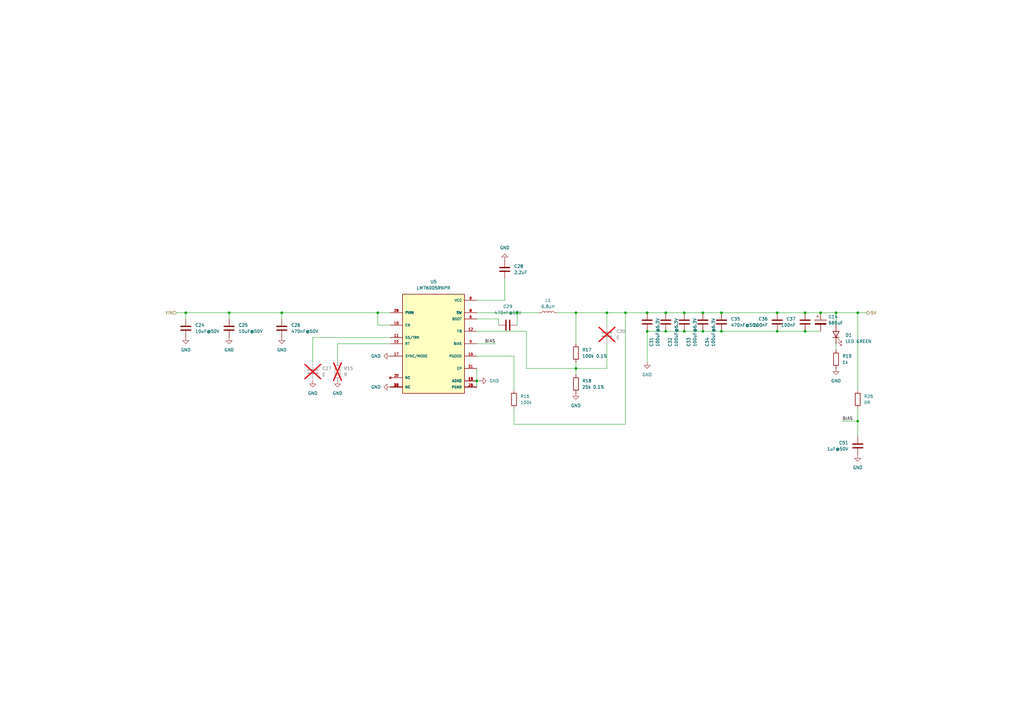
<source format=kicad_sch>
(kicad_sch (version 20231120) (generator "eeschema") (generator_version "8.0")
  (paper "A3")
  (lib_symbols
    (symbol "Device:C" (pin_numbers hide) (pin_names (offset 0.254))
      (property "Reference" "C" (at 0.635 2.54 0))
      (property "Value" "C" (at 0.635 -2.54 0))
      (symbol "C_0_1"
        (polyline (pts (xy -2.032 -0.762) (xy 2.032 -0.762)) (stroke (width 0.508)))
        (polyline (pts (xy -2.032 0.762) (xy 2.032 0.762)) (stroke (width 0.508)))
      )
      (symbol "C_1_1"
        (pin passive line (at 0 3.81 270) (length 2.794) (name "~") (number "1"))
        (pin passive line (at 0 -3.81 90) (length 2.794) (name "~") (number "2"))
      )
    )
    (symbol "Device:C_Polarized" (pin_numbers hide) (pin_names (offset 0.254))
      (property "Reference" "C" (at 0.635 2.54 0))
      (property "Value" "C_Polarized" (at 0.635 -2.54 0))
      (symbol "C_Polarized_0_1"
        (rectangle (start -2.286 0.508) (end 2.286 1.016))
        (polyline (pts (xy -1.778 2.286) (xy -0.762 2.286)))
        (polyline (pts (xy -1.27 2.794) (xy -1.27 1.778)))
        (rectangle (start 2.286 -0.508) (end -2.286 -1.016) (fill (type outline)))
      )
      (symbol "C_Polarized_1_1"
        (pin passive line (at 0 3.81 270) (length 2.794) (name "~") (number "1"))
        (pin passive line (at 0 -3.81 90) (length 2.794) (name "~") (number "2"))
      )
    )
    (symbol "Device:L" (pin_numbers hide) (pin_names (offset 1.016) hide)
      (property "Reference" "L" (at -1.27 0 90))
      (property "Value" "L" (at 1.905 0 90))
      (symbol "L_0_1"
        (arc (start 0 -2.54) (mid 0.6323 -1.905) (end 0 -1.27))
        (arc (start 0 -1.27) (mid 0.6323 -0.635) (end 0 0))
        (arc (start 0 0) (mid 0.6323 0.635) (end 0 1.27))
        (arc (start 0 1.27) (mid 0.6323 1.905) (end 0 2.54))
      )
      (symbol "L_1_1"
        (pin passive line (at 0 3.81 270) (length 1.27) (name "1") (number "1"))
        (pin passive line (at 0 -3.81 90) (length 1.27) (name "2") (number "2"))
      )
    )
    (symbol "Device:LED" (pin_numbers hide) (pin_names (offset 1.016) hide)
      (property "Reference" "D" (at 0 2.54 0))
      (property "Value" "LED" (at 0 -2.54 0))
      (symbol "LED_0_1"
        (polyline (pts (xy -1.27 -1.27) (xy -1.27 1.27)) (stroke (width 0.254)))
        (polyline (pts (xy -1.27 0) (xy 1.27 0)))
        (polyline (pts (xy 1.27 -1.27) (xy 1.27 1.27) (xy -1.27 0) (xy 1.27 -1.27)) (stroke (width 0.254)))
        (polyline (pts (xy -3.048 -0.762) (xy -4.572 -2.286) (xy -3.81 -2.286) (xy -4.572 -2.286) (xy -4.572 -1.524)))
        (polyline (pts (xy -1.778 -0.762) (xy -3.302 -2.286) (xy -2.54 -2.286) (xy -3.302 -2.286) (xy -3.302 -1.524)))
      )
      (symbol "LED_1_1"
        (pin passive line (at -3.81 0 0) (length 2.54) (name "K") (number "1"))
        (pin passive line (at 3.81 0 180) (length 2.54) (name "A") (number "2"))
      )
    )
    (symbol "Device:R" (pin_numbers hide) (pin_names (offset 0))
      (property "Reference" "R" (at 2.032 0 90))
      (property "Value" "R" (at 0 0 90))
      (symbol "R_0_1"
        (rectangle (start -1.016 -2.54) (end 1.016 2.54) (stroke (width 0.254)))
      )
      (symbol "R_1_1"
        (pin passive line (at 0 3.81 270) (length 1.27) (name "~") (number "1"))
        (pin passive line (at 0 -3.81 90) (length 1.27) (name "~") (number "2"))
      )
    )
    (symbol "local_DCDC:LM76005RNPR" (pin_names (offset 1.016))
      (property "Reference" "U" (at -12.7 22.86 0))
      (property "Value" "LM76005RNPR" (at -12.7 -22.86 0))
      (symbol "LM76005RNPR_0_0"
        (rectangle (start -12.7 20.32) (end 12.7 -20.32) (stroke (width 0.254)) (fill (type background)))
        (pin output line (at 17.78 12.7 180) (length 5.08) (name "SW") (number "1"))
        (pin input line (at -17.78 0 0) (length 5.08) (name "RT") (number "10"))
        (pin input line (at -17.78 2.54 0) (length 5.08) (name "SS/TRK") (number "11"))
        (pin input line (at 17.78 5.08 180) (length 5.08) (name "FB") (number "12"))
        (pin power_in line (at 17.78 -15.24 180) (length 5.08) (name "AGND") (number "13"))
        (pin power_in line (at 17.78 -15.24 180) (length 5.08) (name "AGND") (number "14"))
        (pin power_in line (at 17.78 -15.24 180) (length 5.08) (name "AGND") (number "15"))
        (pin output line (at 17.78 -5.08 180) (length 5.08) (name "PGOOD") (number "16"))
        (pin input line (at -17.78 -5.08 0) (length 5.08) (name "SYNC/MODE") (number "17"))
        (pin input line (at -17.78 7.62 0) (length 5.08) (name "EN") (number "18"))
        (pin output line (at 17.78 12.7 180) (length 5.08) (name "SW") (number "2"))
        (pin input line (at -17.78 12.7 0) (length 5.08) (name "PVIN") (number "20"))
        (pin input line (at -17.78 12.7 0) (length 5.08) (name "PVIN") (number "21"))
        (pin input line (at -17.78 12.7 0) (length 5.08) (name "PVIN") (number "22"))
        (pin no_connect line (at -17.78 -13.97 0) (length 5.08) (name "NC") (number "23"))
        (pin power_in line (at 17.78 -17.78 180) (length 5.08) (name "PGND") (number "24"))
        (pin power_in line (at 17.78 -17.78 180) (length 5.08) (name "PGND") (number "25"))
        (pin power_in line (at 17.78 -17.78 180) (length 5.08) (name "PGND") (number "26"))
        (pin output line (at 17.78 12.7 180) (length 5.08) (name "SW") (number "3"))
        (pin power_in line (at 17.78 -10.16 180) (length 5.08) (name "EP") (number "31"))
        (pin output line (at 17.78 12.7 180) (length 5.08) (name "SW") (number "4"))
        (pin output line (at 17.78 12.7 180) (length 5.08) (name "SW") (number "5"))
        (pin output line (at 17.78 10.16 180) (length 5.08) (name "BOOT") (number "6"))
        (pin no_connect line (at -17.78 -13.97 0) (length 5.08) (name "NC") (number "7"))
        (pin power_in line (at 17.78 17.78 180) (length 5.08) (name "VCC") (number "8"))
        (pin passive line (at 17.78 0 180) (length 5.08) (name "BIAS") (number "9"))
      )
      (symbol "LM76005RNPR_1_0"
        (pin input line (at -17.78 -17.78 0) (length 5.08) (name "NC") (number "19"))
        (pin input line (at -17.78 -17.78 0) (length 5.08) (name "NC") (number "27"))
        (pin input line (at -17.78 -17.78 0) (length 5.08) (name "NC") (number "28"))
        (pin input line (at -17.78 -17.78 0) (length 5.08) (name "NC") (number "29"))
        (pin input line (at -17.78 -17.78 0) (length 5.08) (name "NC") (number "30"))
      )
    )
    (symbol "power:GND" (power) (pin_numbers hide) (pin_names (offset 0) hide)
      (property "Value" "GND" (at 0 -3.81 0))
      (symbol "GND_0_1"
        (polyline (pts (xy 0 0) (xy 0 -1.27) (xy 1.27 -1.27) (xy 0 -2.54) (xy -1.27 -1.27) (xy 0 -1.27)))
      )
      (symbol "GND_1_1"
        (pin power_in line (at 0 0 270) (length 0) (name "~") (number "1"))
      )
    )
  )
  (junction (at 212.09 128.27))
  (junction (at 342.9 128.27))
  (junction (at 273.05 128.27))
  (junction (at 76.2 128.27))
  (junction (at 236.22 151.13))
  (junction (at 280.67 135.89))
  (junction (at 288.29 135.89))
  (junction (at 273.05 135.89))
  (junction (at 288.29 128.27))
  (junction (at 154.94 128.27))
  (junction (at 318.77 135.89))
  (junction (at 351.79 172.72))
  (junction (at 295.91 135.89))
  (junction (at 336.55 128.27))
  (junction (at 265.43 135.89))
  (junction (at 115.57 128.27))
  (junction (at 93.98 128.27))
  (junction (at 248.92 128.27))
  (junction (at 330.2 135.89))
  (junction (at 236.22 128.27))
  (junction (at 256.54 128.27))
  (junction (at 195.58 156.21))
  (junction (at 265.43 128.27))
  (junction (at 318.77 128.27))
  (junction (at 280.67 128.27))
  (junction (at 295.91 128.27))
  (junction (at 330.2 128.27))
  (junction (at 351.79 128.27))
  (wire (pts (xy 248.92 128.27) (xy 236.22 128.27)))
  (wire (pts (xy 196.85 156.21) (xy 195.58 156.21)))
  (wire (pts (xy 351.79 128.27) (xy 351.79 160.02)))
  (wire (pts (xy 154.94 128.27) (xy 160.02 128.27)))
  (wire (pts (xy 160.02 133.35) (xy 154.94 133.35)))
  (wire (pts (xy 215.9 135.89) (xy 195.58 135.89)))
  (wire (pts (xy 115.57 128.27) (xy 154.94 128.27)))
  (wire (pts (xy 195.58 140.97) (xy 203.2 140.97)))
  (wire (pts (xy 236.22 128.27) (xy 236.22 140.97)))
  (wire (pts (xy 342.9 128.27) (xy 342.9 133.35)))
  (wire (pts (xy 288.29 128.27) (xy 295.91 128.27)))
  (wire (pts (xy 204.47 130.81) (xy 204.47 133.35)))
  (wire (pts (xy 351.79 167.64) (xy 351.79 172.72)))
  (wire (pts (xy 210.82 167.64) (xy 210.82 173.99)))
  (wire (pts (xy 330.2 128.27) (xy 336.55 128.27)))
  (wire (pts (xy 256.54 128.27) (xy 265.43 128.27)))
  (wire (pts (xy 160.02 138.43) (xy 128.27 138.43)))
  (wire (pts (xy 273.05 128.27) (xy 280.67 128.27)))
  (wire (pts (xy 228.6 128.27) (xy 236.22 128.27)))
  (wire (pts (xy 318.77 128.27) (xy 330.2 128.27)))
  (wire (pts (xy 351.79 172.72) (xy 351.79 179.07)))
  (wire (pts (xy 215.9 151.13) (xy 215.9 135.89)))
  (wire (pts (xy 160.02 140.97) (xy 138.43 140.97)))
  (wire (pts (xy 342.9 140.97) (xy 342.9 143.51)))
  (wire (pts (xy 210.82 173.99) (xy 256.54 173.99)))
  (wire (pts (xy 93.98 128.27) (xy 115.57 128.27)))
  (wire (pts (xy 236.22 148.59) (xy 236.22 151.13)))
  (wire (pts (xy 248.92 140.97) (xy 248.92 151.13)))
  (wire (pts (xy 295.91 128.27) (xy 318.77 128.27)))
  (wire (pts (xy 195.58 151.13) (xy 195.58 156.21)))
  (wire (pts (xy 195.58 123.19) (xy 207.01 123.19)))
  (wire (pts (xy 195.58 130.81) (xy 204.47 130.81)))
  (wire (pts (xy 93.98 128.27) (xy 93.98 130.81)))
  (wire (pts (xy 76.2 128.27) (xy 76.2 130.81)))
  (wire (pts (xy 248.92 128.27) (xy 248.92 133.35)))
  (wire (pts (xy 256.54 173.99) (xy 256.54 128.27)))
  (wire (pts (xy 72.39 128.27) (xy 76.2 128.27)))
  (wire (pts (xy 248.92 151.13) (xy 236.22 151.13)))
  (wire (pts (xy 288.29 135.89) (xy 280.67 135.89)))
  (wire (pts (xy 318.77 135.89) (xy 295.91 135.89)))
  (wire (pts (xy 212.09 128.27) (xy 220.98 128.27)))
  (wire (pts (xy 280.67 135.89) (xy 273.05 135.89)))
  (wire (pts (xy 195.58 128.27) (xy 212.09 128.27)))
  (wire (pts (xy 295.91 135.89) (xy 288.29 135.89)))
  (wire (pts (xy 154.94 133.35) (xy 154.94 128.27)))
  (wire (pts (xy 115.57 128.27) (xy 115.57 130.81)))
  (wire (pts (xy 280.67 128.27) (xy 288.29 128.27)))
  (wire (pts (xy 256.54 128.27) (xy 248.92 128.27)))
  (wire (pts (xy 210.82 146.05) (xy 210.82 160.02)))
  (wire (pts (xy 195.58 156.21) (xy 195.58 158.75)))
  (wire (pts (xy 345.44 172.72) (xy 351.79 172.72)))
  (wire (pts (xy 330.2 135.89) (xy 318.77 135.89)))
  (wire (pts (xy 138.43 140.97) (xy 138.43 148.59)))
  (wire (pts (xy 330.2 135.89) (xy 336.55 135.89)))
  (wire (pts (xy 342.9 128.27) (xy 351.79 128.27)))
  (wire (pts (xy 195.58 146.05) (xy 210.82 146.05)))
  (wire (pts (xy 236.22 151.13) (xy 236.22 153.67)))
  (wire (pts (xy 128.27 138.43) (xy 128.27 148.59)))
  (wire (pts (xy 273.05 135.89) (xy 265.43 135.89)))
  (wire (pts (xy 207.01 123.19) (xy 207.01 114.3)))
  (wire (pts (xy 236.22 151.13) (xy 215.9 151.13)))
  (wire (pts (xy 351.79 128.27) (xy 355.6 128.27)))
  (wire (pts (xy 265.43 135.89) (xy 265.43 148.59)))
  (wire (pts (xy 265.43 128.27) (xy 273.05 128.27)))
  (wire (pts (xy 76.2 128.27) (xy 93.98 128.27)))
  (wire (pts (xy 336.55 128.27) (xy 342.9 128.27)))
  (wire (pts (xy 212.09 128.27) (xy 212.09 133.35)))
  (label "BIAS" (at 203.2 140.97 180))
  (label "BIAS" (at 345.44 172.72 0))
  (hierarchical_label "VIN" (shape input) (at 72.39 128.27 180))
  (hierarchical_label "5V" (shape output) (at 355.6 128.27 0))
  (symbol (lib_id "Device:C") (at 288.29 132.08 0) (unit 1)
    (property "Reference" "C34" (at 290.068 142.24 90) (effects (justify left)))
    (property "Value" "100uF@6.3V" (at 292.608 142.24 90) (effects (justify left)))
    (property "Footprint" "Capacitor_SMD:C_1206_3216Metric" (effects (hide yes)))
    (property "Description" "Unpolarized capacitor" (effects (hide yes)))
    (property "JLC" "C15008" (effects (hide yes)))
  )
  (symbol (lib_id "power:GND") (at 160.02 158.75 270) (unit 1)
    (property "Reference" "#PWR044" (effects (hide yes)))
    (property "Value" "GND" (at 156.21 158.7499 90) (effects (justify right)))
    (property "Description" "Power symbol creates a global label with name \"GND\" , ground" (effects (hide yes)))
  )
  (symbol (lib_id "Device:R") (at 210.82 163.83 0) (unit 1)
    (property "Reference" "R16" (at 213.36 162.5599 0) (effects (justify left)))
    (property "Value" "100k" (at 213.36 165.0999 0) (effects (justify left)))
    (property "Footprint" "Resistor_SMD:R_0805_2012Metric" (effects (hide yes)))
    (property "Description" "Resistor" (effects (hide yes)))
    (property "JLC" "C149504" (effects (hide yes)))
  )
  (symbol (lib_id "power:GND") (at 236.22 161.29 0) (unit 1)
    (property "Reference" "#PWR048" (effects (hide yes)))
    (property "Value" "GND" (at 236.22 166.37 0))
    (property "Description" "Power symbol creates a global label with name \"GND\" , ground" (effects (hide yes)))
  )
  (symbol (lib_id "power:GND") (at 342.9 151.13 0) (unit 1)
    (property "Reference" "#PWR050" (effects (hide yes)))
    (property "Value" "GND" (at 342.9 156.21 0))
    (property "Description" "Power symbol creates a global label with name \"GND\" , ground" (effects (hide yes)))
  )
  (symbol (lib_id "Device:C") (at 330.2 132.08 0) (mirror x) (unit 1)
    (property "Reference" "C37" (at 326.39 130.8099 0) (effects (justify right)))
    (property "Value" "100nF" (at 326.39 133.3499 0) (effects (justify right)))
    (property "Footprint" "Capacitor_SMD:C_0402_1005Metric" (effects (hide yes)))
    (property "Description" "Unpolarized capacitor" (effects (hide yes)))
    (property "JLC" "C307331" (effects (hide yes)))
  )
  (symbol (lib_id "Device:C") (at 295.91 132.08 0) (unit 1)
    (property "Reference" "C35" (at 299.72 130.8099 0) (effects (justify left)))
    (property "Value" "470nF@50V" (at 299.72 133.3499 0) (effects (justify left)))
    (property "Footprint" "Capacitor_SMD:C_0805_2012Metric" (effects (hide yes)))
    (property "Description" "Unpolarized capacitor" (effects (hide yes)))
    (property "JLC" "C13967" (effects (hide yes)))
  )
  (symbol (lib_id "Device:L") (at 224.79 128.27 90) (unit 1)
    (property "Reference" "L1" (at 224.79 123.19 90))
    (property "Value" "6.8uH" (at 224.79 125.73 90))
    (property "Footprint" "Inductor_SMD:L_Sunlord_MWSA1004S" (effects (hide yes)))
    (property "Description" "Inductor" (effects (hide yes)))
    (property "JLC" "C408485" (effects (hide yes)))
  )
  (symbol (lib_id "Device:C") (at 76.2 134.62 0) (unit 1)
    (property "Reference" "C24" (at 80.01 133.3499 0) (effects (justify left)))
    (property "Value" "10uF@50V" (at 80.01 135.8899 0) (effects (justify left)))
    (property "Footprint" "Capacitor_SMD:C_1206_3216Metric" (effects (hide yes)))
    (property "Description" "Unpolarized capacitor" (effects (hide yes)))
    (property "JLC" "C13585" (effects (hide yes)))
  )
  (symbol (lib_id "local_DCDC:LM76005RNPR") (at 177.8 140.97 0) (unit 1)
    (property "Reference" "U5" (at 177.8 115.57 0))
    (property "Value" "LM76005RNPR" (at 177.8 118.11 0))
    (property "Footprint" "local_DCDC:LM76005RNPR" (effects (hide yes)))
    (property "Datasheet" "https://www.ti.com/lit/ds/symlink/lm76005.pdf?ts=1718110395626&ref_url=https%253A%252F%252Fwww.ti.com%252Fproduct%252Fde-de%252FLM76005%252Fpart-details%252FLM76005RNPR" (effects (hide yes)))
    (property "MF" "Texas Instruments" (effects (hide yes)))
    (property "SNAPEDA_PACKAGE_ID" "121635" (effects (hide yes)))
    (property "MAXIMUM_PACKAGE_HEIGHT" "0.8 mm" (effects (hide yes)))
    (property "Price" "None" (effects (hide yes)))
    (property "Package" "WQFN-30 Texas Instruments" (effects (hide yes)))
    (property "Check_prices" "https://www.snapeda.com/parts/LM76005RNPR/Texas+Instruments/view-part/?ref=eda" (effects (hide yes)))
    (property "STANDARD" "Manufacturer Recommendations" (effects (hide yes)))
    (property "PARTREV" "A" (effects (hide yes)))
    (property "SnapEDA_Link" "https://www.snapeda.com/parts/LM76005RNPR/Texas+Instruments/view-part/?ref=snap" (effects (hide yes)))
    (property "MP" "LM76005RNPR" (effects (hide yes)))
    (property "Purchase-URL" "https://www.snapeda.com/api/url_track_click_mouser/?unipart_id=4770820&manufacturer=Texas Instruments&part_name=LM76005RNPR&search_term=lm76005rnpr" (effects (hide yes)))
    (property "Description_1" "\n3.5-V to 60-V, 5-A synchronous step-down voltage converter\n" (effects (hide yes)))
    (property "MANUFACTURER" "Texas Instruments" (effects (hide yes)))
    (property "Availability" "In Stock" (effects (hide yes)))
    (property "SNAPEDA_PN" "LM76005RNPR" (effects (hide yes)))
    (property "JLC" "C2866241" (effects (hide yes)))
  )
  (symbol (lib_id "Device:R") (at 236.22 157.48 0) (unit 1)
    (property "Reference" "R18" (at 238.76 156.2099 0) (effects (justify left)))
    (property "Value" "25k 0.1%" (at 238.76 158.7499 0) (effects (justify left)))
    (property "Footprint" "Resistor_SMD:R_0805_2012Metric" (effects (hide yes)))
    (property "Description" "Resistor" (effects (hide yes)))
    (property "JLC" "C153306" (effects (hide yes)))
  )
  (symbol (lib_id "power:GND") (at 265.43 148.59 0) (unit 1)
    (property "Reference" "#PWR049" (effects (hide yes)))
    (property "Value" "GND" (at 265.43 153.67 0))
    (property "Description" "Power symbol creates a global label with name \"GND\" , ground" (effects (hide yes)))
  )
  (symbol (lib_id "Device:LED") (at 342.9 137.16 90) (unit 1)
    (property "Reference" "D1" (at 346.71 137.4774 90) (effects (justify right)))
    (property "Value" "LED GREEN" (at 346.71 140.0174 90) (effects (justify right)))
    (property "Footprint" "LED_SMD:LED_0805_2012Metric" (effects (hide yes)))
    (property "Description" "Light emitting diode" (effects (hide yes)))
    (property "JLC" "C2297" (effects (hide yes)))
  )
  (symbol (lib_id "Device:R") (at 351.79 163.83 0) (unit 1)
    (property "Reference" "R26" (at 354.33 162.5599 0) (effects (justify left)))
    (property "Value" "0R" (at 354.33 165.0999 0) (effects (justify left)))
    (property "Footprint" "Resistor_SMD:R_0805_2012Metric" (effects (hide yes)))
    (property "Description" "Resistor" (effects (hide yes)))
    (property "JLC" "C17477" (effects (hide yes)))
  )
  (symbol (lib_id "Device:C") (at 93.98 134.62 0) (unit 1)
    (property "Reference" "C25" (at 97.79 133.3499 0) (effects (justify left)))
    (property "Value" "10uF@50V" (at 97.79 135.8899 0) (effects (justify left)))
    (property "Footprint" "Capacitor_SMD:C_1206_3216Metric" (effects (hide yes)))
    (property "Description" "Unpolarized capacitor" (effects (hide yes)))
    (property "JLC" "C13585" (effects (hide yes)))
  )
  (symbol (lib_id "power:GND") (at 76.2 138.43 0) (unit 1)
    (property "Reference" "#PWR038" (effects (hide yes)))
    (property "Value" "GND" (at 76.2 143.51 0))
    (property "Description" "Power symbol creates a global label with name \"GND\" , ground" (effects (hide yes)))
  )
  (symbol (lib_id "Device:C") (at 273.05 132.08 0) (unit 1)
    (property "Reference" "C32" (at 274.828 142.24 90) (effects (justify left)))
    (property "Value" "100uF@6.3V" (at 277.368 142.24 90) (effects (justify left)))
    (property "Footprint" "Capacitor_SMD:C_1206_3216Metric" (effects (hide yes)))
    (property "Description" "Unpolarized capacitor" (effects (hide yes)))
    (property "JLC" "C15008" (effects (hide yes)))
  )
  (symbol (lib_id "Device:C") (at 208.28 133.35 90) (unit 1)
    (property "Reference" "C29" (at 208.28 125.73 90))
    (property "Value" "470nF@50V" (at 208.28 128.27 90))
    (property "Footprint" "Capacitor_SMD:C_0805_2012Metric" (effects (hide yes)))
    (property "Description" "Unpolarized capacitor" (effects (hide yes)))
    (property "JLC" "C13967" (effects (hide yes)))
  )
  (symbol (lib_id "Device:C") (at 128.27 152.4 0) (unit 1) (dnp yes)
    (property "Reference" "C27" (at 132.08 151.1299 0) (effects (justify left)))
    (property "Value" "C" (at 132.08 153.6699 0) (effects (justify left)))
    (property "Footprint" "Capacitor_SMD:C_0805_2012Metric" (effects (hide yes)))
    (property "Description" "Unpolarized capacitor" (effects (hide yes)))
  )
  (symbol (lib_id "power:GND") (at 160.02 146.05 270) (unit 1)
    (property "Reference" "#PWR043" (effects (hide yes)))
    (property "Value" "GND" (at 156.21 146.0499 90) (effects (justify right)))
    (property "Description" "Power symbol creates a global label with name \"GND\" , ground" (effects (hide yes)))
  )
  (symbol (lib_id "power:GND") (at 128.27 156.21 0) (unit 1)
    (property "Reference" "#PWR041" (effects (hide yes)))
    (property "Value" "GND" (at 128.27 161.29 0))
    (property "Description" "Power symbol creates a global label with name \"GND\" , ground" (effects (hide yes)))
  )
  (symbol (lib_id "Device:R") (at 138.43 152.4 0) (unit 1) (dnp yes)
    (property "Reference" "R15" (at 140.97 151.1299 0) (effects (justify left)))
    (property "Value" "R" (at 140.97 153.6699 0) (effects (justify left)))
    (property "Footprint" "Resistor_SMD:R_0805_2012Metric" (effects (hide yes)))
    (property "Description" "Resistor" (effects (hide yes)))
  )
  (symbol (lib_id "power:GND") (at 115.57 138.43 0) (unit 1)
    (property "Reference" "#PWR040" (effects (hide yes)))
    (property "Value" "GND" (at 115.57 143.51 0))
    (property "Description" "Power symbol creates a global label with name \"GND\" , ground" (effects (hide yes)))
  )
  (symbol (lib_id "Device:C_Polarized") (at 336.55 132.08 0) (unit 1)
    (property "Reference" "C14" (at 339.725 129.9209 0) (effects (justify left)))
    (property "Value" "680uF" (at 339.725 132.4609 0) (effects (justify left)))
    (property "Footprint" "Capacitor_SMD:CP_Elec_10x12.5" (effects (hide yes)))
    (property "Part Number" "GVM1V681M1010" (effects (hide yes)))
    (property "Stock_PN" "CP-SMD-680uF-35V" (effects (hide yes)))
    (property "Digikey" "P124828TR-ND" (effects (hide yes)))
    (property "JLC" "C413667" (effects (hide yes)))
  )
  (symbol (lib_id "power:GND") (at 138.43 156.21 0) (unit 1)
    (property "Reference" "#PWR042" (effects (hide yes)))
    (property "Value" "GND" (at 138.43 161.29 0))
    (property "Description" "Power symbol creates a global label with name \"GND\" , ground" (effects (hide yes)))
  )
  (symbol (lib_id "power:GND") (at 207.01 106.68 180) (unit 1)
    (property "Reference" "#PWR047" (effects (hide yes)))
    (property "Value" "GND" (at 207.01 101.6 0))
    (property "Description" "Power symbol creates a global label with name \"GND\" , ground" (effects (hide yes)))
  )
  (symbol (lib_id "Device:C") (at 351.79 182.88 0) (mirror x) (unit 1)
    (property "Reference" "C51" (at 347.98 181.6099 0) (effects (justify right)))
    (property "Value" "1uF@50V" (at 347.98 184.1499 0) (effects (justify right)))
    (property "Footprint" "Capacitor_SMD:C_0805_2012Metric" (effects (hide yes)))
    (property "Description" "Unpolarized capacitor" (effects (hide yes)))
    (property "JLC" "C354368" (effects (hide yes)))
  )
  (symbol (lib_id "power:GND") (at 93.98 138.43 0) (unit 1)
    (property "Reference" "#PWR039" (effects (hide yes)))
    (property "Value" "GND" (at 93.98 143.51 0))
    (property "Description" "Power symbol creates a global label with name \"GND\" , ground" (effects (hide yes)))
  )
  (symbol (lib_id "Device:C") (at 248.92 137.16 0) (unit 1) (dnp yes)
    (property "Reference" "C30" (at 252.73 135.8899 0) (effects (justify left)))
    (property "Value" "C" (at 252.73 138.4299 0) (effects (justify left)))
    (property "Footprint" "Capacitor_SMD:C_0805_2012Metric" (effects (hide yes)))
    (property "Description" "Unpolarized capacitor" (effects (hide yes)))
  )
  (symbol (lib_id "Device:C") (at 318.77 132.08 0) (mirror x) (unit 1)
    (property "Reference" "C36" (at 314.96 130.8099 0) (effects (justify right)))
    (property "Value" "100nF" (at 314.96 133.3499 0) (effects (justify right)))
    (property "Footprint" "Capacitor_SMD:C_0402_1005Metric" (effects (hide yes)))
    (property "Description" "Unpolarized capacitor" (effects (hide yes)))
    (property "JLC" "C307331" (effects (hide yes)))
  )
  (symbol (lib_id "Device:C") (at 207.01 110.49 0) (unit 1)
    (property "Reference" "C28" (at 210.82 109.2199 0) (effects (justify left)))
    (property "Value" "2.2uF" (at 210.82 111.7599 0) (effects (justify left)))
    (property "Footprint" "Capacitor_SMD:C_0805_2012Metric" (effects (hide yes)))
    (property "Description" "Unpolarized capacitor" (effects (hide yes)))
    (property "JLC" "C377773" (effects (hide yes)))
  )
  (symbol (lib_id "Device:C") (at 280.67 132.08 0) (unit 1)
    (property "Reference" "C33" (at 282.448 142.24 90) (effects (justify left)))
    (property "Value" "100uF@6.3V" (at 284.988 142.24 90) (effects (justify left)))
    (property "Footprint" "Capacitor_SMD:C_1206_3216Metric" (effects (hide yes)))
    (property "Description" "Unpolarized capacitor" (effects (hide yes)))
    (property "JLC" "C15008" (effects (hide yes)))
  )
  (symbol (lib_id "power:GND") (at 351.79 186.69 0) (unit 1)
    (property "Reference" "#PWR056" (effects (hide yes)))
    (property "Value" "GND" (at 351.79 191.77 0))
    (property "Description" "Power symbol creates a global label with name \"GND\" , ground" (effects (hide yes)))
  )
  (symbol (lib_id "Device:C") (at 265.43 132.08 0) (unit 1)
    (property "Reference" "C31" (at 267.208 142.24 90) (effects (justify left)))
    (property "Value" "100uF@6.3V" (at 269.748 142.24 90) (effects (justify left)))
    (property "Footprint" "Capacitor_SMD:C_1206_3216Metric" (effects (hide yes)))
    (property "Description" "Unpolarized capacitor" (effects (hide yes)))
    (property "JLC" "C15008" (effects (hide yes)))
  )
  (symbol (lib_id "Device:C") (at 115.57 134.62 0) (unit 1)
    (property "Reference" "C26" (at 119.38 133.3499 0) (effects (justify left)))
    (property "Value" "470nF@50V" (at 119.38 135.8899 0) (effects (justify left)))
    (property "Footprint" "Capacitor_SMD:C_0805_2012Metric" (effects (hide yes)))
    (property "Description" "Unpolarized capacitor" (effects (hide yes)))
    (property "JLC" "C13967" (effects (hide yes)))
  )
  (symbol (lib_id "power:GND") (at 196.85 156.21 90) (unit 1)
    (property "Reference" "#PWR046" (effects (hide yes)))
    (property "Value" "GND" (at 200.66 156.2099 90) (effects (justify right)))
    (property "Description" "Power symbol creates a global label with name \"GND\" , ground" (effects (hide yes)))
  )
  (symbol (lib_id "Device:R") (at 236.22 144.78 0) (unit 1)
    (property "Reference" "R17" (at 238.76 143.5099 0) (effects (justify left)))
    (property "Value" "100k 0.1%" (at 238.76 146.0499 0) (effects (justify left)))
    (property "Footprint" "Resistor_SMD:R_0805_2012Metric" (effects (hide yes)))
    (property "Description" "Resistor" (effects (hide yes)))
    (property "JLC" "C149504" (effects (hide yes)))
  )
  (symbol (lib_id "Device:R") (at 342.9 147.32 0) (unit 1)
    (property "Reference" "R19" (at 345.44 146.0499 0) (effects (justify left)))
    (property "Value" "1k" (at 345.44 148.5899 0) (effects (justify left)))
    (property "Footprint" "Resistor_SMD:R_0805_2012Metric" (effects (hide yes)))
    (property "Description" "Resistor" (effects (hide yes)))
    (property "JLC" "C17513" (effects (hide yes)))
  )
)
</source>
